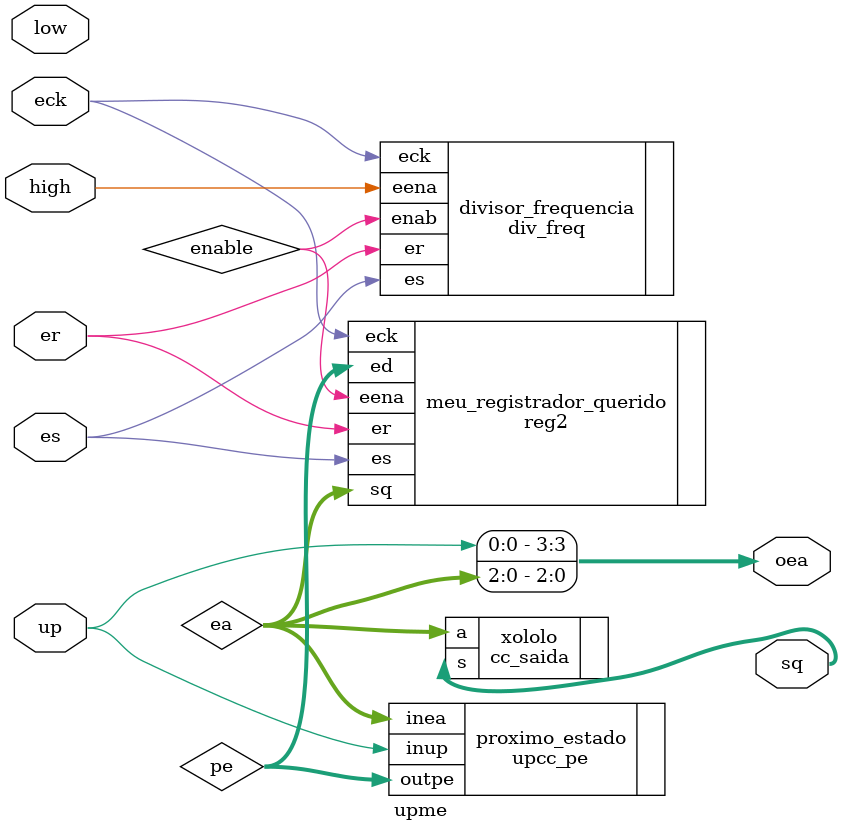
<source format=v>
module upme (
input   up,
input	eck,
input	er,
input	es,
input   high ,
input   low ,
output [3:0] sq,
output [3:0] oea);

wire [2:0] ea;
wire [2:0] pe;
wire enable;

buf(oea[3], up);
buf(oea[2], ea[2]);
buf(oea[1], ea[1]);
buf(oea[0], ea[0]);

upcc_pe proximo_estado (.inup(up), .inea(ea), .outpe(pe));

div_freq divisor_frequencia (.eck(eck), 
                            .er(er), 
                            .es(es), 
                            .eena(high), 
                            .enab(enable));

reg2 meu_registrador_querido (.ed(pe), 
                            .eck(eck), 
                            .er(er), 
                            .es(es), 
                            .eena(enable), 
                            .sq(ea));

cc_saida xololo (.a(ea), .s(sq));
    

endmodule


</source>
